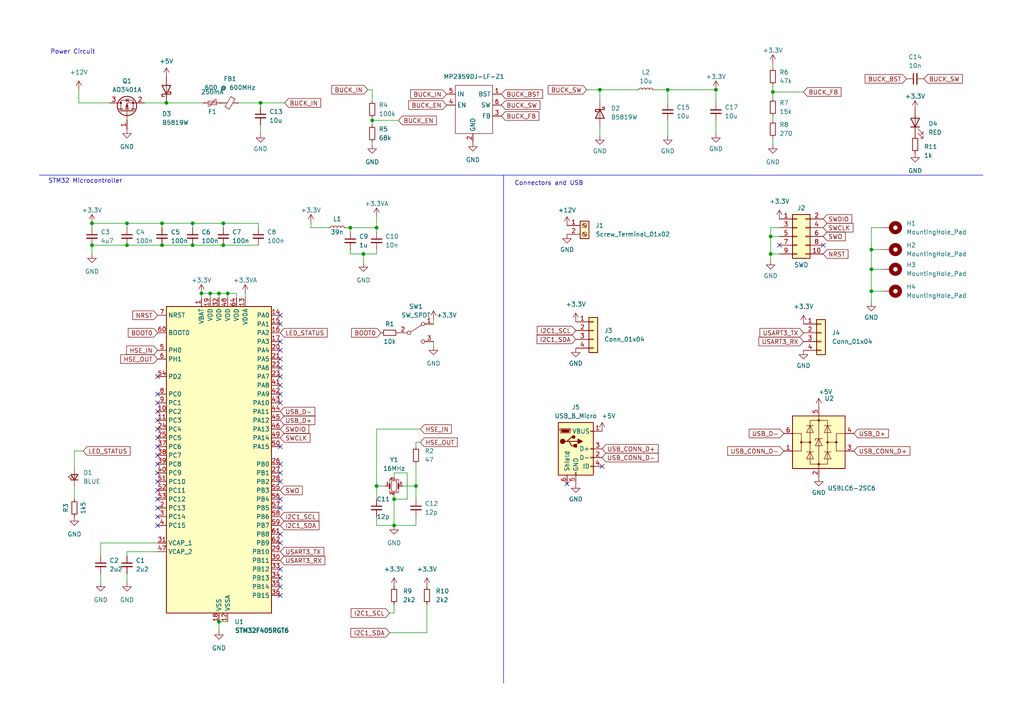
<source format=kicad_sch>
(kicad_sch (version 20230121) (generator eeschema)
  (paper "A4")
  (title_block (title "STM32F4-TEST BOARD1") (date "2023-07-28") (rev "1.0") (company "Niranjan Pandranki"))
  (lib_symbols
    (symbol "Connector:Screw_Terminal_01x02" (pin_names (offset 1.016) hide)
      (property "Reference" "J" (at 0 2.54 0))
      (property "Value" "Screw_Terminal_01x02" (at 0 -5.08 0))
      (symbol "Screw_Terminal_01x02_1_1"
        (pin passive line (at -5.08 0 0) (length 3.81) (name "Pin_1") (number "1"))
        (pin passive line (at -5.08 -2.54 0) (length 3.81) (name "Pin_2") (number "2"))
      )
    )
    (symbol "Connector:USB_B_Micro" (pin_names (offset 1.016))
      (property "Reference" "J" (at -5.08 11.43 0))
      (property "Value" "USB_B_Micro" (at -5.08 8.89 0))
      (symbol "USB_B_Micro_1_1"
        (pin power_out line (at 7.62 5.08 180) (length 2.54) (name "VBUS") (number "1"))
        (pin bidirectional line (at 7.62 -2.54 180) (length 2.54) (name "D-") (number "2"))
        (pin bidirectional line (at 7.62 0 180) (length 2.54) (name "D+") (number "3"))
        (pin passive line (at 7.62 -5.08 180) (length 2.54) (name "ID") (number "4"))
        (pin power_out line (at 0 -10.16 90) (length 2.54) (name "GND") (number "5"))
        (pin passive line (at -2.54 -10.16 90) (length 2.54) (name "Shield") (number "6"))
      )
    )
    (symbol "Connector_Generic:Conn_01x04" (pin_names (offset 1.016) hide)
      (property "Reference" "J" (at 0 5.08 0))
      (property "Value" "Conn_01x04" (at 0 -7.62 0))
      (symbol "Conn_01x04_1_1"
        (pin passive line (at -5.08 2.54 0) (length 3.81) (name "Pin_1") (number "1"))
        (pin passive line (at -5.08 0 0) (length 3.81) (name "Pin_2") (number "2"))
        (pin passive line (at -5.08 -2.54 0) (length 3.81) (name "Pin_3") (number "3"))
        (pin passive line (at -5.08 -5.08 0) (length 3.81) (name "Pin_4") (number "4"))
      )
    )
    (symbol "Connector_Generic:Conn_02x05_Odd_Even" (pin_names (offset 1.016) hide)
      (property "Reference" "J" (at 1.27 7.62 0))
      (property "Value" "Conn_02x05_Odd_Even" (at 1.27 -7.62 0))
      (symbol "Conn_02x05_Odd_Even_1_1"
        (pin passive line (at -5.08 5.08 0) (length 3.81) (name "Pin_1") (number "1"))
        (pin passive line (at 7.62 -5.08 180) (length 3.81) (name "Pin_10") (number "10"))
        (pin passive line (at 7.62 5.08 180) (length 3.81) (name "Pin_2") (number "2"))
        (pin passive line (at -5.08 2.54 0) (length 3.81) (name "Pin_3") (number "3"))
        (pin passive line (at 7.62 2.54 180) (length 3.81) (name "Pin_4") (number "4"))
        (pin passive line (at -5.08 0 0) (length 3.81) (name "Pin_5") (number "5"))
        (pin passive line (at 7.62 0 180) (length 3.81) (name "Pin_6") (number "6"))
        (pin passive line (at -5.08 -2.54 0) (length 3.81) (name "Pin_7") (number "7"))
        (pin passive line (at 7.62 -2.54 180) (length 3.81) (name "Pin_8") (number "8"))
        (pin passive line (at -5.08 -5.08 0) (length 3.81) (name "Pin_9") (number "9"))
      )
    )
    (symbol "Device:C_Small" (pin_numbers hide) (pin_names (offset 0.254) hide)
      (property "Reference" "C" (at 0.254 1.778 0))
      (property "Value" "C_Small" (at 0.254 -2.032 0))
      (symbol "C_Small_1_1"
        (pin passive line (at 0 2.54 270) (length 2.032) (name "~") (number "1"))
        (pin passive line (at 0 -2.54 90) (length 2.032) (name "~") (number "2"))
      )
    )
    (symbol "Device:Crystal_GND24_Small" (pin_names (offset 1.016) hide)
      (property "Reference" "Y" (at 1.27 4.445 0))
      (property "Value" "Crystal_GND24_Small" (at 1.27 2.54 0))
      (symbol "Crystal_GND24_Small_1_1"
        (pin passive line (at -2.54 0 0) (length 1.27) (name "1") (number "1"))
        (pin passive line (at 0 -2.54 90) (length 0.635) (name "2") (number "2"))
        (pin passive line (at 2.54 0 180) (length 1.27) (name "3") (number "3"))
        (pin passive line (at 0 2.54 270) (length 0.635) (name "4") (number "4"))
      )
    )
    (symbol "Device:D_Schottky" (pin_numbers hide) (pin_names (offset 1.016) hide)
      (property "Reference" "D" (at 0 2.54 0))
      (property "Value" "D_Schottky" (at 0 -2.54 0))
      (symbol "D_Schottky_1_1"
        (pin passive line (at -3.81 0 0) (length 2.54) (name "K") (number "1"))
        (pin passive line (at 3.81 0 180) (length 2.54) (name "A") (number "2"))
      )
    )
    (symbol "Device:FerriteBead_Small" (pin_numbers hide) (pin_names (offset 0))
      (property "Reference" "FB" (at 1.905 1.27 0))
      (property "Value" "FerriteBead_Small" (at 1.905 -1.27 0))
      (symbol "FerriteBead_Small_1_1"
        (pin passive line (at 0 2.54 270) (length 1.27) (name "~") (number "1"))
        (pin passive line (at 0 -2.54 90) (length 1.27) (name "~") (number "2"))
      )
    )
    (symbol "Device:LED" (pin_numbers hide) (pin_names (offset 1.016) hide)
      (property "Reference" "D" (at 0 2.54 0))
      (property "Value" "LED" (at 0 -2.54 0))
      (symbol "LED_1_1"
        (pin passive line (at -3.81 0 0) (length 2.54) (name "K") (number "1"))
        (pin passive line (at 3.81 0 180) (length 2.54) (name "A") (number "2"))
      )
    )
    (symbol "Device:LED_Small" (pin_numbers hide) (pin_names (offset 0.254) hide)
      (property "Reference" "D" (at -1.27 3.175 0))
      (property "Value" "LED_Small" (at -4.445 -2.54 0))
      (symbol "LED_Small_1_1"
        (pin passive line (at -2.54 0 0) (length 1.778) (name "K") (number "1"))
        (pin passive line (at 2.54 0 180) (length 1.778) (name "A") (number "2"))
      )
    )
    (symbol "Device:L_Small" (pin_numbers hide) (pin_names (offset 0.254) hide)
      (property "Reference" "L" (at 0.762 1.016 0))
      (property "Value" "L_Small" (at 0.762 -1.016 0))
      (symbol "L_Small_1_1"
        (pin passive line (at 0 2.54 270) (length 0.508) (name "~") (number "1"))
        (pin passive line (at 0 -2.54 90) (length 0.508) (name "~") (number "2"))
      )
    )
    (symbol "Device:Polyfuse_Small" (pin_numbers hide) (pin_names (offset 0))
      (property "Reference" "F" (at -1.905 0 90))
      (property "Value" "Polyfuse_Small" (at 1.905 0 90))
      (symbol "Polyfuse_Small_1_1"
        (pin passive line (at 0 2.54 270) (length 0.635) (name "~") (number "1"))
        (pin passive line (at 0 -2.54 90) (length 0.635) (name "~") (number "2"))
      )
    )
    (symbol "Device:R_Small" (pin_numbers hide) (pin_names (offset 0.254) hide)
      (property "Reference" "R" (at 0.762 0.508 0))
      (property "Value" "R_Small" (at 0.762 -1.016 0))
      (symbol "R_Small_1_1"
        (pin passive line (at 0 2.54 270) (length 0.762) (name "~") (number "1"))
        (pin passive line (at 0 -2.54 90) (length 0.762) (name "~") (number "2"))
      )
    )
    (symbol "MCU_ST_STM32F4:STM32F405RGTx"
      (property "Reference" "U" (at -15.24 46.99 0))
      (property "Value" "STM32F405RGTx" (at 10.16 46.99 0))
      (symbol "STM32F405RGTx_1_1"
        (pin power_in line (at -5.08 48.26 270) (length 2.54) (name "VBAT") (number "1"))
        (pin bidirectional line (at -17.78 15.24 0) (length 2.54) (name "PC2") (number "10"))
        (pin bidirectional line (at -17.78 12.7 0) (length 2.54) (name "PC3") (number "11"))
        (pin power_in line (at 2.54 -45.72 90) (length 2.54) (name "VSSA") (number "12"))
        (pin power_in line (at 7.62 48.26 270) (length 2.54) (name "VDDA") (number "13"))
        (pin bidirectional line (at 17.78 43.18 180) (length 2.54) (name "PA0") (number "14"))
        (pin bidirectional line (at 17.78 40.64 180) (length 2.54) (name "PA1") (number "15"))
        (pin bidirectional line (at 17.78 38.1 180) (length 2.54) (name "PA2") (number "16"))
        (pin bidirectional line (at 17.78 35.56 180) (length 2.54) (name "PA3") (number "17"))
        (pin power_in line (at 0 -45.72 90) (length 2.54) (name "VSS") (number "18"))
        (pin power_in line (at -2.54 48.26 270) (length 2.54) (name "VDD") (number "19"))
        (pin bidirectional line (at -17.78 -12.7 0) (length 2.54) (name "PC13") (number "2"))
        (pin bidirectional line (at 17.78 33.02 180) (length 2.54) (name "PA4") (number "20"))
        (pin bidirectional line (at 17.78 30.48 180) (length 2.54) (name "PA5") (number "21"))
        (pin bidirectional line (at 17.78 27.94 180) (length 2.54) (name "PA6") (number "22"))
        (pin bidirectional line (at 17.78 25.4 180) (length 2.54) (name "PA7") (number "23"))
        (pin bidirectional line (at -17.78 10.16 0) (length 2.54) (name "PC4") (number "24"))
        (pin bidirectional line (at -17.78 7.62 0) (length 2.54) (name "PC5") (number "25"))
        (pin bidirectional line (at 17.78 0 180) (length 2.54) (name "PB0") (number "26"))
        (pin bidirectional line (at 17.78 -2.54 180) (length 2.54) (name "PB1") (number "27"))
        (pin bidirectional line (at 17.78 -5.08 180) (length 2.54) (name "PB2") (number "28"))
        (pin bidirectional line (at 17.78 -25.4 180) (length 2.54) (name "PB10") (number "29"))
        (pin bidirectional line (at -17.78 -15.24 0) (length 2.54) (name "PC14") (number "3"))
        (pin bidirectional line (at 17.78 -27.94 180) (length 2.54) (name "PB11") (number "30"))
        (pin power_out line (at -17.78 -22.86 0) (length 2.54) (name "VCAP_1") (number "31"))
        (pin power_in line (at 0 48.26 270) (length 2.54) (name "VDD") (number "32"))
        (pin bidirectional line (at 17.78 -30.48 180) (length 2.54) (name "PB12") (number "33"))
        (pin bidirectional line (at 17.78 -33.02 180) (length 2.54) (name "PB13") (number "34"))
        (pin bidirectional line (at 17.78 -35.56 180) (length 2.54) (name "PB14") (number "35"))
        (pin bidirectional line (at 17.78 -38.1 180) (length 2.54) (name "PB15") (number "36"))
        (pin bidirectional line (at -17.78 5.08 0) (length 2.54) (name "PC6") (number "37"))
        (pin bidirectional line (at -17.78 2.54 0) (length 2.54) (name "PC7") (number "38"))
        (pin bidirectional line (at -17.78 0 0) (length 2.54) (name "PC8") (number "39"))
        (pin bidirectional line (at -17.78 -17.78 0) (length 2.54) (name "PC15") (number "4"))
        (pin bidirectional line (at -17.78 -2.54 0) (length 2.54) (name "PC9") (number "40"))
        (pin bidirectional line (at 17.78 22.86 180) (length 2.54) (name "PA8") (number "41"))
        (pin bidirectional line (at 17.78 20.32 180) (length 2.54) (name "PA9") (number "42"))
        (pin bidirectional line (at 17.78 17.78 180) (length 2.54) (name "PA10") (number "43"))
        (pin bidirectional line (at 17.78 15.24 180) (length 2.54) (name "PA11") (number "44"))
        (pin bidirectional line (at 17.78 12.7 180) (length 2.54) (name "PA12") (number "45"))
        (pin bidirectional line (at 17.78 10.16 180) (length 2.54) (name "PA13") (number "46"))
        (pin power_out line (at -17.78 -25.4 0) (length 2.54) (name "VCAP_2") (number "47"))
        (pin power_in line (at 2.54 48.26 270) (length 2.54) (name "VDD") (number "48"))
        (pin bidirectional line (at 17.78 7.62 180) (length 2.54) (name "PA14") (number "49"))
        (pin bidirectional line (at -17.78 33.02 0) (length 2.54) (name "PH0") (number "5"))
        (pin bidirectional line (at 17.78 5.08 180) (length 2.54) (name "PA15") (number "50"))
        (pin bidirectional line (at -17.78 -5.08 0) (length 2.54) (name "PC10") (number "51"))
        (pin bidirectional line (at -17.78 -7.62 0) (length 2.54) (name "PC11") (number "52"))
        (pin bidirectional line (at -17.78 -10.16 0) (length 2.54) (name "PC12") (number "53"))
        (pin bidirectional line (at -17.78 25.4 0) (length 2.54) (name "PD2") (number "54"))
        (pin bidirectional line (at 17.78 -7.62 180) (length 2.54) (name "PB3") (number "55"))
        (pin bidirectional line (at 17.78 -10.16 180) (length 2.54) (name "PB4") (number "56"))
        (pin bidirectional line (at 17.78 -12.7 180) (length 2.54) (name "PB5") (number "57"))
        (pin bidirectional line (at 17.78 -15.24 180) (length 2.54) (name "PB6") (number "58"))
        (pin bidirectional line (at 17.78 -17.78 180) (length 2.54) (name "PB7") (number "59"))
        (pin bidirectional line (at -17.78 30.48 0) (length 2.54) (name "PH1") (number "6"))
        (pin input line (at -17.78 38.1 0) (length 2.54) (name "BOOT0") (number "60"))
        (pin bidirectional line (at 17.78 -20.32 180) (length 2.54) (name "PB8") (number "61"))
        (pin bidirectional line (at 17.78 -22.86 180) (length 2.54) (name "PB9") (number "62"))
        (pin passive line (at 0 -45.72 90) (length 2.54) hide (name "VSS") (number "63"))
        (pin power_in line (at 5.08 48.26 270) (length 2.54) (name "VDD") (number "64"))
        (pin input line (at -17.78 43.18 0) (length 2.54) (name "NRST") (number "7"))
        (pin bidirectional line (at -17.78 20.32 0) (length 2.54) (name "PC0") (number "8"))
        (pin bidirectional line (at -17.78 17.78 0) (length 2.54) (name "PC1") (number "9"))
      )
    )
    (symbol "Mechanical:MountingHole_Pad" (pin_numbers hide) (pin_names (offset 1.016) hide)
      (property "Reference" "H" (at 0 6.35 0))
      (property "Value" "MountingHole_Pad" (at 0 4.445 0))
      (symbol "MountingHole_Pad_1_1"
        (pin input line (at 0 -2.54 90) (length 2.54) (name "1") (number "1"))
      )
    )
    (symbol "NEW:MP2359DJ-LF-Z"
      (property "Reference" "MP2359DJ-LF-Z" (at 0 0 0))
      (symbol "MP2359DJ-LF-Z_1_0"
        (pin output line (at 12.065 -5.08 180) (length 2.54) (name "BST") (number "1"))
        (pin power_in line (at 3.81 -19.05 90) (length 2.54) (name "GND") (number "2"))
        (pin output line (at 12.065 -11.43 180) (length 2.54) (name "FB") (number "3"))
        (pin input line (at -3.81 -8.255 0) (length 2.54) (name "EN") (number "4"))
        (pin input line (at -3.81 -5.08 0) (length 2.54) (name "IN") (number "5"))
        (pin output line (at 12.065 -8.255 180) (length 2.54) (name "SW") (number "6"))
      )
    )
    (symbol "Power_Protection:USBLC6-2SC6" (pin_names hide)
      (property "Reference" "U" (at 2.54 8.89 0))
      (property "Value" "USBLC6-2SC6" (at 2.54 -8.89 0))
      (symbol "USBLC6-2SC6_1_1"
        (pin passive line (at -10.16 -2.54 0) (length 2.54) (name "I/O1") (number "1"))
        (pin passive line (at 0 -10.16 90) (length 2.54) (name "GND") (number "2"))
        (pin passive line (at 10.16 -2.54 180) (length 2.54) (name "I/O2") (number "3"))
        (pin passive line (at 10.16 2.54 180) (length 2.54) (name "I/O2") (number "4"))
        (pin passive line (at 0 10.16 270) (length 2.54) (name "VBUS") (number "5"))
        (pin passive line (at -10.16 2.54 0) (length 2.54) (name "I/O1") (number "6"))
      )
    )
    (symbol "Switch:SW_SPDT" (pin_names (offset 0) hide)
      (property "Reference" "SW" (at 0 4.318 0))
      (property "Value" "SW_SPDT" (at 0 -5.08 0))
      (symbol "SW_SPDT_1_1"
        (pin passive line (at 5.08 2.54 180) (length 2.54) (name "A") (number "1"))
        (pin passive line (at -5.08 0 0) (length 2.54) (name "B") (number "2"))
        (pin passive line (at 5.08 -2.54 180) (length 2.54) (name "C") (number "3"))
      )
    )
    (symbol "Transistor_FET:AO3401A" (pin_names hide)
      (property "Reference" "Q" (at 5.08 1.905 0))
      (property "Value" "AO3401A" (at 5.08 0 0))
      (symbol "AO3401A_1_1"
        (pin input line (at -5.08 0 0) (length 2.54) (name "G") (number "1"))
        (pin passive line (at 2.54 -5.08 90) (length 2.54) (name "S") (number "2"))
        (pin passive line (at 2.54 5.08 270) (length 2.54) (name "D") (number "3"))
      )
    )
    (symbol "power:+12V" (power) (pin_names (offset 0))
      (property "Value" "+12V" (at 0 3.556 0))
      (symbol "+12V_1_1"
        (pin power_in line (at 0 0 90) (length 0) hide (name "+12V") (number "1"))
      )
    )
    (symbol "power:+3.3V" (power) (pin_names (offset 0))
      (property "Value" "+3.3V" (at 0 3.556 0))
      (symbol "+3.3V_1_1"
        (pin power_in line (at 0 0 90) (length 0) hide (name "+3.3V") (number "1"))
      )
    )
    (symbol "power:+3.3VA" (power) (pin_names (offset 0))
      (property "Value" "+3.3VA" (at 0 3.556 0))
      (symbol "+3.3VA_1_1"
        (pin power_in line (at 0 0 90) (length 0) hide (name "+3.3VA") (number "1"))
      )
    )
    (symbol "power:+5V" (power) (pin_names (offset 0))
      (property "Value" "+5V" (at 0 3.556 0))
      (symbol "+5V_1_1"
        (pin power_in line (at 0 0 90) (length 0) hide (name "+5V") (number "1"))
      )
    )
    (symbol "power:GND" (power) (pin_names (offset 0))
      (property "Value" "GND" (at 0 -3.81 0))
      (symbol "GND_1_1"
        (pin power_in line (at 0 0 270) (length 0) hide (name "GND") (number "1"))
      )
    )
  )
  (junction (at 46.99 64.77))
  (junction (at 60.96 85.09))
  (junction (at 207.645 26.035))
  (junction (at 109.22 66.04))
  (junction (at 252.73 78.105))
  (junction (at 64.77 71.12))
  (junction (at 105.41 73.66))
  (junction (at 36.83 64.77))
  (junction (at 223.52 73.66))
  (junction (at 224.155 26.67))
  (junction (at 46.99 71.12))
  (junction (at 48.26 29.845))
  (junction (at 109.22 140.97))
  (junction (at 63.5 85.09))
  (junction (at 64.77 64.77))
  (junction (at 252.73 84.455))
  (junction (at 75.565 29.845))
  (junction (at 26.67 71.12))
  (junction (at 114.3 152.4))
  (junction (at 26.67 64.77))
  (junction (at 223.52 68.58))
  (junction (at 36.83 71.12))
  (junction (at 63.5 180.34))
  (junction (at 58.42 85.09))
  (junction (at 114.3 144.78))
  (junction (at 193.675 26.035))
  (junction (at 120.65 140.97))
  (junction (at 55.88 64.77))
  (junction (at 55.88 71.12))
  (junction (at 252.73 72.39))
  (junction (at 101.6 66.04))
  (junction (at 173.99 26.035))
  (junction (at 66.04 85.09))
  (junction (at 107.95 34.925))
  (no_connect (at 164.465 140.335))
  (no_connect (at 45.72 147.32))
  (no_connect (at 81.28 134.62))
  (no_connect (at 45.72 142.24))
  (no_connect (at 45.72 116.84))
  (no_connect (at 81.28 109.22))
  (no_connect (at 45.72 132.08))
  (no_connect (at 45.72 149.86))
  (no_connect (at 45.72 139.7))
  (no_connect (at 45.72 109.22))
  (no_connect (at 226.06 71.12))
  (no_connect (at 81.28 91.44))
  (no_connect (at 45.72 137.16))
  (no_connect (at 81.28 157.48))
  (no_connect (at 81.28 137.16))
  (no_connect (at 81.28 144.78))
  (no_connect (at 45.72 119.38))
  (no_connect (at 45.72 121.92))
  (no_connect (at 45.72 114.3))
  (no_connect (at 81.28 147.32))
  (no_connect (at 45.72 129.54))
  (no_connect (at 45.72 127))
  (no_connect (at 81.28 116.84))
  (no_connect (at 45.72 152.4))
  (no_connect (at 81.28 167.64))
  (no_connect (at 45.72 144.78))
  (no_connect (at 81.28 154.94))
  (no_connect (at 81.28 93.98))
  (no_connect (at 81.28 129.54))
  (no_connect (at 174.625 135.255))
  (no_connect (at 81.28 101.6))
  (no_connect (at 81.28 99.06))
  (no_connect (at 45.72 134.62))
  (no_connect (at 81.28 139.7))
  (no_connect (at 81.28 106.68))
  (no_connect (at 45.72 124.46))
  (no_connect (at 81.28 170.18))
  (no_connect (at 81.28 172.72))
  (no_connect (at 81.28 104.14))
  (no_connect (at 81.28 165.1))
  (no_connect (at 238.76 71.12))
  (no_connect (at 81.28 114.3))
  (no_connect (at 81.28 111.76))
  (wire (pts (xy 109.22 152.4) (xy 114.3 152.4)))
  (wire (pts (xy 26.67 71.12) (xy 26.67 73.66)))
  (wire (pts (xy 223.52 73.66) (xy 223.52 75.565)))
  (wire (pts (xy 64.77 64.77) (xy 64.77 66.04)))
  (wire (pts (xy 120.65 152.4) (xy 114.3 152.4)))
  (wire (pts (xy 109.22 66.04) (xy 109.22 67.31)))
  (wire (pts (xy 207.645 26.035) (xy 193.675 26.035)))
  (wire (pts (xy 224.155 26.67) (xy 233.045 26.67)))
  (wire (pts (xy 114.3 144.78) (xy 114.3 152.4)))
  (wire (pts (xy 36.83 71.12) (xy 46.99 71.12)))
  (wire (pts (xy 105.41 73.66) (xy 109.22 73.66)))
  (wire (pts (xy 123.825 183.515) (xy 113.03 183.515)))
  (wire (pts (xy 173.99 36.83) (xy 173.99 39.37)))
  (wire (pts (xy 114.3 138.43) (xy 114.3 137.16)))
  (wire (pts (xy 46.99 64.77) (xy 46.99 66.04)))
  (wire (pts (xy 252.73 66.04) (xy 252.73 72.39)))
  (wire (pts (xy 60.96 85.09) (xy 58.42 85.09)))
  (wire (pts (xy 255.905 66.04) (xy 252.73 66.04)))
  (wire (pts (xy 55.88 71.12) (xy 64.77 71.12)))
  (wire (pts (xy 22.86 29.845) (xy 31.75 29.845)))
  (wire (pts (xy 109.22 73.66) (xy 109.22 72.39)))
  (wire (pts (xy 41.91 29.845) (xy 48.26 29.845)))
  (wire (pts (xy 123.825 175.26) (xy 123.825 183.515)))
  (wire (pts (xy 36.83 64.77) (xy 46.99 64.77)))
  (wire (pts (xy 69.215 29.845) (xy 75.565 29.845)))
  (wire (pts (xy 101.6 66.04) (xy 101.6 67.31)))
  (wire (pts (xy 173.99 26.035) (xy 184.785 26.035)))
  (wire (pts (xy 113.03 177.8) (xy 114.3 177.8)))
  (wire (pts (xy 36.83 160.02) (xy 36.83 161.29)))
  (wire (pts (xy 114.3 143.51) (xy 114.3 144.78)))
  (wire (pts (xy 252.73 84.455) (xy 252.73 87.63)))
  (wire (pts (xy 252.73 78.105) (xy 255.905 78.105)))
  (wire (pts (xy 75.565 36.195) (xy 75.565 38.735)))
  (wire (pts (xy 125.73 100.33) (xy 125.73 99.06)))
  (wire (pts (xy 118.11 137.16) (xy 118.11 144.78)))
  (wire (pts (xy 193.675 34.925) (xy 193.675 39.37)))
  (polyline (pts (xy 11.43 50.8) (xy 146.05 50.8)))
  (wire (pts (xy 120.65 140.97) (xy 120.65 144.78)))
  (wire (pts (xy 207.645 29.845) (xy 207.645 26.035)))
  (wire (pts (xy 252.73 78.105) (xy 252.73 84.455)))
  (wire (pts (xy 226.06 66.04) (xy 223.52 66.04)))
  (wire (pts (xy 68.58 85.09) (xy 66.04 85.09)))
  (wire (pts (xy 223.52 73.66) (xy 226.06 73.66)))
  (wire (pts (xy 106.68 26.035) (xy 107.95 26.035)))
  (wire (pts (xy 223.52 68.58) (xy 223.52 73.66)))
  (wire (pts (xy 46.99 64.77) (xy 55.88 64.77)))
  (wire (pts (xy 120.65 134.62) (xy 120.65 140.97)))
  (wire (pts (xy 64.77 64.77) (xy 74.93 64.77)))
  (wire (pts (xy 26.67 71.12) (xy 36.83 71.12)))
  (wire (pts (xy 252.73 72.39) (xy 255.905 72.39)))
  (wire (pts (xy 68.58 86.36) (xy 68.58 85.09)))
  (wire (pts (xy 90.17 64.77) (xy 90.17 66.04)))
  (wire (pts (xy 66.04 85.09) (xy 66.04 86.36)))
  (wire (pts (xy 114.3 137.16) (xy 118.11 137.16)))
  (wire (pts (xy 60.96 85.09) (xy 60.96 86.36)))
  (wire (pts (xy 63.5 180.34) (xy 66.04 180.34)))
  (wire (pts (xy 111.76 140.97) (xy 109.22 140.97)))
  (wire (pts (xy 252.73 72.39) (xy 252.73 78.105)))
  (wire (pts (xy 46.99 71.12) (xy 55.88 71.12)))
  (wire (pts (xy 100.33 66.04) (xy 101.6 66.04)))
  (wire (pts (xy 107.95 34.925) (xy 115.57 34.925)))
  (wire (pts (xy 109.22 140.97) (xy 109.22 144.78)))
  (wire (pts (xy 207.645 34.925) (xy 207.645 38.735)))
  (polyline (pts (xy 146.05 50.8) (xy 146.05 198.12)))
  (wire (pts (xy 26.67 64.77) (xy 36.83 64.77)))
  (wire (pts (xy 36.83 64.77) (xy 36.83 66.04)))
  (wire (pts (xy 66.04 85.09) (xy 63.5 85.09)))
  (wire (pts (xy 105.41 73.66) (xy 105.41 76.2)))
  (wire (pts (xy 120.65 149.86) (xy 120.65 152.4)))
  (wire (pts (xy 21.59 135.89) (xy 21.59 130.81)))
  (wire (pts (xy 224.155 26.67) (xy 224.155 28.575)))
  (wire (pts (xy 109.22 124.46) (xy 109.22 140.97)))
  (wire (pts (xy 101.6 73.66) (xy 105.41 73.66)))
  (wire (pts (xy 252.73 84.455) (xy 255.905 84.455)))
  (wire (pts (xy 120.65 128.27) (xy 121.92 128.27)))
  (wire (pts (xy 29.21 166.37) (xy 29.21 168.91)))
  (wire (pts (xy 107.95 26.035) (xy 107.95 29.21)))
  (wire (pts (xy 45.72 160.02) (xy 36.83 160.02)))
  (wire (pts (xy 107.95 34.29) (xy 107.95 34.925)))
  (wire (pts (xy 71.12 85.09) (xy 71.12 86.36)))
  (wire (pts (xy 224.155 40.005) (xy 224.155 41.91)))
  (wire (pts (xy 109.22 124.46) (xy 121.92 124.46)))
  (wire (pts (xy 58.42 85.09) (xy 58.42 86.36)))
  (wire (pts (xy 75.565 29.845) (xy 82.55 29.845)))
  (wire (pts (xy 63.5 85.09) (xy 60.96 85.09)))
  (wire (pts (xy 114.3 175.26) (xy 114.3 177.8)))
  (wire (pts (xy 223.52 66.04) (xy 223.52 68.58)))
  (wire (pts (xy 36.83 166.37) (xy 36.83 168.91)))
  (wire (pts (xy 224.155 24.765) (xy 224.155 26.67)))
  (wire (pts (xy 109.22 149.86) (xy 109.22 152.4)))
  (wire (pts (xy 189.865 26.035) (xy 193.675 26.035)))
  (wire (pts (xy 74.93 64.77) (xy 74.93 66.04)))
  (wire (pts (xy 21.59 140.97) (xy 21.59 144.78)))
  (wire (pts (xy 224.155 33.655) (xy 224.155 34.925)))
  (wire (pts (xy 21.59 130.81) (xy 24.13 130.81)))
  (wire (pts (xy 173.99 26.035) (xy 173.99 29.21)))
  (wire (pts (xy 63.5 85.09) (xy 63.5 86.36)))
  (wire (pts (xy 26.67 64.77) (xy 26.67 66.04)))
  (wire (pts (xy 107.95 41.275) (xy 107.95 41.91)))
  (wire (pts (xy 193.675 26.035) (xy 193.675 29.845)))
  (wire (pts (xy 125.73 92.71) (xy 125.73 93.98)))
  (wire (pts (xy 55.88 64.77) (xy 55.88 66.04)))
  (wire (pts (xy 75.565 29.845) (xy 75.565 31.115)))
  (wire (pts (xy 223.52 68.58) (xy 226.06 68.58)))
  (wire (pts (xy 109.22 62.865) (xy 109.22 66.04)))
  (polyline (pts (xy 146.05 50.8) (xy 285.115 50.8)))
  (wire (pts (xy 120.65 129.54) (xy 120.65 128.27)))
  (wire (pts (xy 101.6 73.66) (xy 101.6 72.39)))
  (wire (pts (xy 22.86 26.035) (xy 22.86 29.845)))
  (wire (pts (xy 48.26 29.845) (xy 59.055 29.845)))
  (wire (pts (xy 29.21 157.48) (xy 29.21 161.29)))
  (wire (pts (xy 170.18 26.035) (xy 173.99 26.035)))
  (wire (pts (xy 55.88 64.77) (xy 64.77 64.77)))
  (wire (pts (xy 101.6 66.04) (xy 109.22 66.04)))
  (wire (pts (xy 64.77 71.12) (xy 74.93 71.12)))
  (wire (pts (xy 45.72 157.48) (xy 29.21 157.48)))
  (wire (pts (xy 116.84 140.97) (xy 120.65 140.97)))
  (wire (pts (xy 107.95 34.925) (xy 107.95 36.195)))
  (wire (pts (xy 224.155 18.415) (xy 224.155 19.685)))
  (wire (pts (xy 118.11 144.78) (xy 114.3 144.78)))
  (wire (pts (xy 63.5 180.34) (xy 63.5 182.88)))
  (wire (pts (xy 90.17 66.04) (xy 95.25 66.04)))
  (text "Power Circuit" (at 14.605 15.875 0) (effects (font (size 1.27 1.27)) (justify left bottom)))
  (text "STM32 Microcontroller\n" (at 13.97 53.34 0) (effects (font (size 1.27 1.27)) (justify left bottom)))
  (text "Connectors and USB\n" (at 149.225 53.975 0) (effects (font (size 1.27 1.27)) (justify left bottom)))
  (global_label "BUCK_IN" (shape input) (at 129.54 27.305 180) (property "Intersheetrefs" "${INTERSHEET_REFS}" (effects hide)))
  (global_label "SWCLK" (shape input) (at 81.28 127 0) (property "Intersheetrefs" "${INTERSHEET_REFS}" (effects hide)))
  (global_label "I2C1_SDA" (shape input) (at 81.28 152.4 0) (property "Intersheetrefs" "${INTERSHEET_REFS}" (effects hide)))
  (global_label "BUCK_FB" (shape input) (at 145.415 33.655 0) (property "Intersheetrefs" "${INTERSHEET_REFS}" (effects hide)))
  (global_label "USB_D-" (shape input) (at 81.28 119.38 0) (property "Intersheetrefs" "${INTERSHEET_REFS}" (effects hide)))
  (global_label "NRST" (shape input) (at 45.72 91.44 180) (property "Intersheetrefs" "${INTERSHEET_REFS}" (effects hide)))
  (global_label "USB_D+" (shape input) (at 81.28 121.92 0) (property "Intersheetrefs" "${INTERSHEET_REFS}" (effects hide)))
  (global_label "I2C1_SCL" (shape input) (at 113.03 177.8 180) (property "Intersheetrefs" "${INTERSHEET_REFS}" (effects hide)))
  (global_label "HSE_OUT" (shape input) (at 45.72 104.14 180) (property "Intersheetrefs" "${INTERSHEET_REFS}" (effects hide)))
  (global_label "BUCK_FB" (shape input) (at 233.045 26.67 0) (property "Intersheetrefs" "${INTERSHEET_REFS}" (effects hide)))
  (global_label "USB_D+" (shape input) (at 247.65 125.73 0) (property "Intersheetrefs" "${INTERSHEET_REFS}" (effects hide)))
  (global_label "BUCK_IN" (shape input) (at 82.55 29.845 0) (property "Intersheetrefs" "${INTERSHEET_REFS}" (effects hide)))
  (global_label "BOOT0" (shape input) (at 45.72 96.52 180) (property "Intersheetrefs" "${INTERSHEET_REFS}" (effects hide)))
  (global_label "I2C1_SDA" (shape input) (at 167.005 98.425 180) (property "Intersheetrefs" "${INTERSHEET_REFS}" (effects hide)))
  (global_label "BUCK_IN" (shape input) (at 106.68 26.035 180) (property "Intersheetrefs" "${INTERSHEET_REFS}" (effects hide)))
  (global_label "SWCLK" (shape input) (at 238.76 66.04 0) (property "Intersheetrefs" "${INTERSHEET_REFS}" (effects hide)))
  (global_label "USART3_TX" (shape input) (at 233.045 96.52 180) (property "Intersheetrefs" "${INTERSHEET_REFS}" (effects hide)))
  (global_label "SWDIO" (shape input) (at 238.76 63.5 0) (property "Intersheetrefs" "${INTERSHEET_REFS}" (effects hide)))
  (global_label "BUCK_SW" (shape input) (at 145.415 30.48 0) (property "Intersheetrefs" "${INTERSHEET_REFS}" (effects hide)))
  (global_label "HSE_IN" (shape input) (at 45.72 101.6 180) (property "Intersheetrefs" "${INTERSHEET_REFS}" (effects hide)))
  (global_label "SWDIO" (shape input) (at 81.28 124.46 0) (property "Intersheetrefs" "${INTERSHEET_REFS}" (effects hide)))
  (global_label "I2C1_SCL" (shape input) (at 167.005 95.885 180) (property "Intersheetrefs" "${INTERSHEET_REFS}" (effects hide)))
  (global_label "USB_CONN_D+" (shape input) (at 247.65 130.81 0) (property "Intersheetrefs" "${INTERSHEET_REFS}" (effects hide)))
  (global_label "I2C1_SCL" (shape input) (at 81.28 149.86 0) (property "Intersheetrefs" "${INTERSHEET_REFS}" (effects hide)))
  (global_label "BUCK_EN" (shape input) (at 129.54 30.48 180) (property "Intersheetrefs" "${INTERSHEET_REFS}" (effects hide)))
  (global_label "NRST" (shape input) (at 238.76 73.66 0) (property "Intersheetrefs" "${INTERSHEET_REFS}" (effects hide)))
  (global_label "SWO" (shape input) (at 238.76 68.58 0) (property "Intersheetrefs" "${INTERSHEET_REFS}" (effects hide)))
  (global_label "BOOT0" (shape input) (at 110.49 96.52 180) (property "Intersheetrefs" "${INTERSHEET_REFS}" (effects hide)))
  (global_label "USB_D-" (shape input) (at 227.33 125.73 180) (property "Intersheetrefs" "${INTERSHEET_REFS}" (effects hide)))
  (global_label "USART3_RX" (shape input) (at 233.045 99.06 180) (property "Intersheetrefs" "${INTERSHEET_REFS}" (effects hide)))
  (global_label "USB_CONN_D-" (shape input) (at 227.33 130.81 180) (property "Intersheetrefs" "${INTERSHEET_REFS}" (effects hide)))
  (global_label "USB_CONN_D-" (shape input) (at 174.625 132.715 0) (property "Intersheetrefs" "${INTERSHEET_REFS}" (effects hide)))
  (global_label "BUCK_EN" (shape input) (at 115.57 34.925 0) (property "Intersheetrefs" "${INTERSHEET_REFS}" (effects hide)))
  (global_label "BUCK_SW" (shape input) (at 170.18 26.035 180) (property "Intersheetrefs" "${INTERSHEET_REFS}" (effects hide)))
  (global_label "LED_STATUS" (shape input) (at 24.13 130.81 0) (property "Intersheetrefs" "${INTERSHEET_REFS}" (effects hide)))
  (global_label "SWO" (shape input) (at 81.28 142.24 0) (property "Intersheetrefs" "${INTERSHEET_REFS}" (effects hide)))
  (global_label "LED_STATUS" (shape input) (at 81.28 96.52 0) (property "Intersheetrefs" "${INTERSHEET_REFS}" (effects hide)))
  (global_label "I2C1_SDA" (shape input) (at 113.03 183.515 180) (property "Intersheetrefs" "${INTERSHEET_REFS}" (effects hide)))
  (global_label "BUCK_BST" (shape input) (at 145.415 27.305 0) (property "Intersheetrefs" "${INTERSHEET_REFS}" (effects hide)))
  (global_label "USB_CONN_D+" (shape input) (at 174.625 130.175 0) (property "Intersheetrefs" "${INTERSHEET_REFS}" (effects hide)))
  (global_label "BUCK_SW" (shape input) (at 267.97 22.86 0) (property "Intersheetrefs" "${INTERSHEET_REFS}" (effects hide)))
  (global_label "HSE_OUT" (shape input) (at 121.92 128.27 0) (property "Intersheetrefs" "${INTERSHEET_REFS}" (effects hide)))
  (global_label "BUCK_BST" (shape input) (at 262.89 22.86 180) (property "Intersheetrefs" "${INTERSHEET_REFS}" (effects hide)))
  (global_label "HSE_IN" (shape input) (at 121.92 124.46 0) (property "Intersheetrefs" "${INTERSHEET_REFS}" (effects hide)))
  (global_label "USART3_RX" (shape input) (at 81.28 162.56 0) (property "Intersheetrefs" "${INTERSHEET_REFS}" (effects hide)))
  (global_label "USART3_TX" (shape input) (at 81.28 160.02 0) (property "Intersheetrefs" "${INTERSHEET_REFS}" (effects hide)))
  (symbol (lib_id "power:+3.3V") (at 207.645 26.035 0) (unit 1)
    (property "Reference" "#PWR023" (effects hide))
    (property "Value" "+3.3V" (at 207.645 22.225 0))
  )
  (symbol (lib_id "power:GND") (at 265.43 44.45 0) (unit 1)
    (property "Reference" "#PWR041" (effects hide))
    (property "Value" "GND" (at 265.43 49.53 0))
  )
  (symbol (lib_id "power:GND") (at 114.3 152.4 0) (unit 1)
    (property "Reference" "#PWR013" (effects hide))
    (property "Value" "GND" (at 114.3 157.48 0))
  )
  (symbol (lib_id "power:GND") (at 193.675 39.37 0) (unit 1)
    (property "Reference" "#PWR021" (effects hide))
    (property "Value" "GND" (at 193.675 43.815 0))
  )
  (symbol (lib_id "Device:C_Small") (at 74.93 68.58 0) (unit 1)
    (property "Reference" "C8" (at 77.47 67.3163 0) (effects (justify left)))
    (property "Value" "100n" (at 77.47 69.8563 0) (effects (justify left)))
    (property "Footprint" "Capacitor_SMD:C_0402_1005Metric" (effects hide))
  )
  (symbol (lib_id "Device:R_Small") (at 107.95 38.735 0) (unit 1)
    (property "Reference" "R5" (at 109.855 37.465 0) (effects (justify left)))
    (property "Value" "68k" (at 109.855 40.005 0) (effects (justify left)))
    (property "Footprint" "Resistor_SMD:R_0603_1608Metric" (effects hide))
  )
  (symbol (lib_id "power:+3.3V") (at 123.825 170.18 0) (unit 1)
    (property "Reference" "#PWR031" (effects hide))
    (property "Value" "+3.3V" (at 123.825 165.1 0))
  )
  (symbol (lib_id "power:+3.3VA") (at 109.22 62.865 0) (unit 1)
    (property "Reference" "#PWR011" (effects hide))
    (property "Value" "+3.3VA" (at 109.22 59.055 0))
  )
  (symbol (lib_id "Device:R_Small") (at 21.59 147.32 180) (unit 1)
    (property "Reference" "R3" (at 19.05 147.32 90))
    (property "Value" "1k5" (at 24.13 147.32 90))
    (property "Footprint" "Resistor_SMD:R_0603_1608Metric" (effects hide))
  )
  (symbol (lib_id "Device:C_Small") (at 193.675 32.385 180) (unit 1)
    (property "Reference" "C15" (at 196.215 31.1086 0) (effects (justify right)))
    (property "Value" "10u" (at 196.215 33.6486 0) (effects (justify right)))
    (property "Footprint" "Capacitor_SMD:C_1206_3216Metric" (effects hide))
  )
  (symbol (lib_id "Device:R_Small") (at 224.155 37.465 0) (unit 1)
    (property "Reference" "R8" (at 226.06 36.195 0) (effects (justify left)))
    (property "Value" "270" (at 226.06 38.735 0) (effects (justify left)))
    (property "Footprint" "Resistor_SMD:R_0603_1608Metric" (effects hide))
  )
  (symbol (lib_id "Device:R_Small") (at 113.03 96.52 90) (unit 1)
    (property "Reference" "R1" (at 113.03 93.98 90))
    (property "Value" "10k" (at 113.03 99.06 90))
    (property "Footprint" "Resistor_SMD:R_0402_1005Metric" (effects hide))
  )
  (symbol (lib_id "power:+3.3V") (at 125.73 92.71 0) (unit 1)
    (property "Reference" "#PWR06" (effects hide))
    (property "Value" "+3.3V" (at 129.54 91.44 0))
  )
  (symbol (lib_id "Device:C_Small") (at 36.83 163.83 0) (unit 1)
    (property "Reference" "C1" (at 39.37 162.5663 0) (effects (justify left)))
    (property "Value" "2u2" (at 39.37 165.1063 0) (effects (justify left)))
    (property "Footprint" "Capacitor_SMD:C_0603_1608Metric" (effects hide))
  )
  (symbol (lib_id "Connector_Generic:Conn_01x04") (at 172.085 95.885 0) (unit 1)
    (property "Reference" "J3" (at 175.26 95.885 0) (effects (justify left)))
    (property "Value" "Conn_01x04" (at 175.26 98.425 0) (effects (justify left)))
    (property "Footprint" "Connector_Molex:Molex_PicoBlade_53048-0410_1x04_P1.25mm_Horizontal" (effects hide))
  )
  (symbol (lib_id "power:+5V") (at 237.49 118.11 0) (unit 1)
    (property "Reference" "#PWR039" (effects hide))
    (property "Value" "+5V" (at 239.395 113.665 0))
  )
  (symbol (lib_id "Device:R_Small") (at 120.65 132.08 0) (unit 1)
    (property "Reference" "R2" (at 123.19 130.81 0) (effects (justify left)))
    (property "Value" "47" (at 123.19 133.35 0) (effects (justify left)))
    (property "Footprint" "Resistor_SMD:R_0402_1005Metric" (effects hide))
  )
  (symbol (lib_id "power:+3.3V") (at 265.43 31.75 0) (unit 1)
    (property "Reference" "#PWR042" (effects hide))
    (property "Value" "+3.3V" (at 265.43 27.94 0))
  )
  (symbol (lib_id "power:GND") (at 233.045 101.6 0) (unit 1)
    (property "Reference" "#PWR035" (effects hide))
    (property "Value" "GND" (at 233.045 106.045 0))
  )
  (symbol (lib_id "Transistor_FET:AO3401A") (at 36.83 32.385 90) (unit 1)
    (property "Reference" "Q1" (at 36.83 23.495 90))
    (property "Value" "AO3401A" (at 36.83 26.035 90))
    (property "Footprint" "Package_TO_SOT_SMD:SOT-23" (effects hide))
    (property "Datasheet" "http://www.aosmd.com/pdfs/datasheet/AO3401A.pdf" (effects hide))
  )
  (symbol (lib_id "power:GND") (at 125.73 100.33 0) (unit 1)
    (property "Reference" "#PWR07" (effects hide))
    (property "Value" "GND" (at 125.73 105.41 0))
  )
  (symbol (lib_id "Mechanical:MountingHole_Pad") (at 258.445 72.39 270) (unit 1)
    (property "Reference" "H2" (at 262.89 71.12 90) (effects (justify left)))
    (property "Value" "MountingHole_Pad" (at 262.89 73.66 90) (effects (justify left)))
    (property "Footprint" "MountingHole:MountingHole_4.3mm_M4_Pad_Via" (effects hide))
  )
  (symbol (lib_id "Device:R_Small") (at 114.3 172.72 0) (unit 1)
    (property "Reference" "R9" (at 116.84 171.45 0) (effects (justify left)))
    (property "Value" "2k2" (at 116.84 173.99 0) (effects (justify left)))
    (property "Footprint" "Resistor_SMD:R_0402_1005Metric" (effects hide))
  )
  (symbol (lib_id "Device:R_Small") (at 123.825 172.72 0) (unit 1)
    (property "Reference" "R10" (at 126.365 171.45 0) (effects (justify left)))
    (property "Value" "2k2" (at 126.365 173.99 0) (effects (justify left)))
    (property "Footprint" "Resistor_SMD:R_0402_1005Metric" (effects hide))
  )
  (symbol (lib_id "Device:R_Small") (at 224.155 31.115 0) (unit 1)
    (property "Reference" "R7" (at 226.06 29.845 0) (effects (justify left)))
    (property "Value" "15k" (at 226.06 32.385 0) (effects (justify left)))
    (property "Footprint" "Resistor_SMD:R_0603_1608Metric" (effects hide))
  )
  (symbol (lib_id "power:GND") (at 63.5 182.88 0) (unit 1)
    (property "Reference" "#PWR01" (effects hide))
    (property "Value" "GND" (at 63.5 187.96 0))
  )
  (symbol (lib_id "power:GND") (at 36.83 37.465 0) (unit 1)
    (property "Reference" "#PWR017" (effects hide))
    (property "Value" "GND" (at 36.83 42.545 0))
  )
  (symbol (lib_id "Device:C_Small") (at 120.65 147.32 0) (unit 1)
    (property "Reference" "C12" (at 123.19 146.0563 0) (effects (justify left)))
    (property "Value" "12p" (at 123.19 148.5963 0) (effects (justify left)))
    (property "Footprint" "Capacitor_SMD:C_0402_1005Metric" (effects hide))
  )
  (symbol (lib_id "Connector_Generic:Conn_01x04") (at 238.125 96.52 0) (unit 1)
    (property "Reference" "J4" (at 241.3 96.52 0) (effects (justify left)))
    (property "Value" "Conn_01x04" (at 241.3 99.06 0) (effects (justify left)))
    (property "Footprint" "Connector_Molex:Molex_PicoBlade_53048-0410_1x04_P1.25mm_Horizontal" (effects hide))
  )
  (symbol (lib_id "Device:C_Small") (at 109.22 147.32 0) (unit 1)
    (property "Reference" "C11" (at 109.22 144.78 0) (effects (justify left)))
    (property "Value" "12p" (at 109.22 149.86 0) (effects (justify left)))
    (property "Footprint" "Capacitor_SMD:C_0402_1005Metric" (effects hide))
  )
  (symbol (lib_id "Switch:SW_SPDT") (at 120.65 96.52 0) (unit 1)
    (property "Reference" "SW1" (at 120.65 88.9 0))
    (property "Value" "SW_SPDT" (at 120.65 91.44 0))
    (property "Footprint" "Button_Switch_SMD:SW_SPDT_PCM12" (effects hide))
  )
  (symbol (lib_id "power:+5V") (at 48.26 22.225 0) (unit 1)
    (property "Reference" "#PWR037" (effects hide))
    (property "Value" "+5V" (at 48.26 17.78 0))
  )
  (symbol (lib_id "Mechanical:MountingHole_Pad") (at 258.445 66.04 270) (unit 1)
    (property "Reference" "H1" (at 262.89 64.77 90) (effects (justify left)))
    (property "Value" "MountingHole_Pad" (at 262.89 67.31 90) (effects (justify left)))
    (property "Footprint" "MountingHole:MountingHole_4.3mm_M4_Pad_Via" (effects hide))
  )
  (symbol (lib_id "power:+3.3V") (at 224.155 18.415 0) (unit 1)
    (property "Reference" "#PWR024" (effects hide))
    (property "Value" "+3.3V" (at 224.155 14.605 0))
  )
  (symbol (lib_id "power:+3.3V") (at 90.17 64.77 0) (unit 1)
    (property "Reference" "#PWR010" (effects hide))
    (property "Value" "+3.3V" (at 90.17 60.96 0))
  )
  (symbol (lib_id "power:+3.3VA") (at 71.12 85.09 0) (unit 1)
    (property "Reference" "#PWR03" (effects hide))
    (property "Value" "+3.3VA" (at 71.12 81.28 0))
  )
  (symbol (lib_id "Device:L_Small") (at 187.325 26.035 90) (unit 1)
    (property "Reference" "L2" (at 187.325 20.955 90))
    (property "Value" "10u" (at 187.325 23.495 90))
    (property "Footprint" "Inductor_SMD:L_TracoPower_TCK-047_5.2x5.8mm" (effects hide))
  )
  (symbol (lib_id "Device:C_Small") (at 101.6 69.85 0) (unit 1)
    (property "Reference" "C9" (at 104.14 68.5863 0) (effects (justify left)))
    (property "Value" "1u" (at 104.14 71.1263 0) (effects (justify left)))
    (property "Footprint" "Capacitor_SMD:C_0402_1005Metric" (effects hide))
  )
  (symbol (lib_id "Device:C_Small") (at 109.22 69.85 0) (unit 1)
    (property "Reference" "C10" (at 111.76 68.5863 0) (effects (justify left)))
    (property "Value" "10n" (at 111.76 71.1263 0) (effects (justify left)))
    (property "Footprint" "Capacitor_SMD:C_0402_1005Metric" (effects hide))
  )
  (symbol (lib_id "NEW:MP2359DJ-LF-Z") (at 133.35 22.225 0) (unit 1)
    (property "Reference" "MP2359DJ-LF-Z1" (at 137.4775 22.225 0))
    (property "Value" "~" (at 133.35 22.225 0))
    (property "Footprint" "Package_TO_SOT_SMD:SOT-23-6" (effects hide))
  )
  (symbol (lib_id "power:GND") (at 167.005 100.965 0) (unit 1)
    (property "Reference" "#PWR033" (effects hide))
    (property "Value" "GND" (at 167.005 105.41 0))
  )
  (symbol (lib_id "Device:C_Small") (at 64.77 68.58 0) (unit 1)
    (property "Reference" "C7" (at 67.31 67.3163 0) (effects (justify left)))
    (property "Value" "100n" (at 67.31 69.8563 0) (effects (justify left)))
    (property "Footprint" "Capacitor_SMD:C_0402_1005Metric" (effects hide))
  )
  (symbol (lib_id "Device:C_Small") (at 207.645 32.385 180) (unit 1)
    (property "Reference" "C17" (at 210.185 31.1086 0) (effects (justify right)))
    (property "Value" "10u" (at 210.185 33.6486 0) (effects (justify right)))
    (property "Footprint" "Capacitor_SMD:C_1206_3216Metric" (effects hide))
  )
  (symbol (lib_id "Device:L_Small") (at 97.79 66.04 90) (unit 1)
    (property "Reference" "L1" (at 97.79 63.5 90))
    (property "Value" "39n" (at 97.79 67.31 90))
    (property "Footprint" "Inductor_SMD:L_0402_1005Metric" (effects hide))
  )
  (symbol (lib_id "Mechanical:MountingHole_Pad") (at 258.445 84.455 270) (unit 1)
    (property "Reference" "H4" (at 262.89 83.185 90) (effects (justify left)))
    (property "Value" "MountingHole_Pad" (at 262.89 85.725 90) (effects (justify left)))
    (property "Footprint" "MountingHole:MountingHole_4.3mm_M4_Pad_Via" (effects hide))
  )
  (symbol (lib_id "Device:C_Small") (at 26.67 68.58 0) (unit 1)
    (property "Reference" "C3" (at 29.21 67.3163 0) (effects (justify left)))
    (property "Value" "4u7" (at 29.21 69.8563 0) (effects (justify left)))
    (property "Footprint" "Capacitor_SMD:C_0603_1608Metric" (effects hide))
  )
  (symbol (lib_id "Device:R_Small") (at 265.43 41.91 0) (unit 1)
    (property "Reference" "R11" (at 267.97 42.545 0) (effects (justify left)))
    (property "Value" "1k" (at 267.97 45.085 0) (effects (justify left)))
    (property "Footprint" "Resistor_SMD:R_0603_1608Metric" (effects hide))
  )
  (symbol (lib_id "Connector:Screw_Terminal_01x02") (at 169.545 65.405 0) (unit 1)
    (property "Reference" "J1" (at 172.72 65.405 0) (effects (justify left)))
    (property "Value" "Screw_Terminal_01x02" (at 172.72 67.945 0) (effects (justify left)))
    (property "Footprint" "TerminalBlock_Phoenix:TerminalBlock_Phoenix_PT-1,5-2-3.5-H_1x02_P3.50mm_Horizontal" (effects hide))
  )
  (symbol (lib_id "Device:Crystal_GND24_Small") (at 114.3 140.97 0) (unit 1)
    (property "Reference" "Y1" (at 114.3 133.35 0))
    (property "Value" "16MHz" (at 114.3 135.89 0))
    (property "Footprint" "Crystal:Crystal_SMD_3225-4Pin_3.2x2.5mm" (effects hide))
  )
  (symbol (lib_id "Device:C_Small") (at 29.21 163.83 0) (unit 1)
    (property "Reference" "C2" (at 31.75 162.5663 0) (effects (justify left)))
    (property "Value" "2u2" (at 31.75 165.1063 0) (effects (justify left)))
    (property "Footprint" "Capacitor_SMD:C_0603_1608Metric" (effects hide))
  )
  (symbol (lib_id "Device:C_Small") (at 46.99 68.58 0) (unit 1)
    (property "Reference" "C5" (at 49.53 67.3163 0) (effects (justify left)))
    (property "Value" "100n" (at 49.53 69.8563 0) (effects (justify left)))
    (property "Footprint" "Capacitor_SMD:C_0402_1005Metric" (effects hide))
  )
  (symbol (lib_id "power:GND") (at 105.41 76.2 0) (unit 1)
    (property "Reference" "#PWR012" (effects hide))
    (property "Value" "GND" (at 105.41 81.28 0))
  )
  (symbol (lib_id "Device:D_Schottky") (at 173.99 33.02 270) (unit 1)
    (property "Reference" "D2" (at 177.165 31.4325 90) (effects (justify left)))
    (property "Value" "B5819W" (at 177.165 33.9725 90) (effects (justify left)))
    (property "Footprint" "Diode_SMD:D_SOD-123" (effects hide))
  )
  (symbol (lib_id "power:+3.3V") (at 233.045 93.98 0) (unit 1)
    (property "Reference" "#PWR034" (effects hide))
    (property "Value" "+3.3V" (at 233.045 88.9 0))
  )
  (symbol (lib_id "power:GND") (at 173.99 39.37 0) (unit 1)
    (property "Reference" "#PWR020" (effects hide))
    (property "Value" "GND" (at 173.99 43.815 0))
  )
  (symbol (lib_id "power:GND") (at 75.565 38.735 0) (unit 1)
    (property "Reference" "#PWR018" (effects hide))
    (property "Value" "GND" (at 75.565 43.18 0))
  )
  (symbol (lib_id "power:GND") (at 137.16 41.275 0) (unit 1)
    (property "Reference" "#PWR015" (effects hide))
    (property "Value" "GND" (at 137.16 46.355 0))
  )
  (symbol (lib_id "power:GND") (at 167.005 140.335 0) (unit 1)
    (property "Reference" "#PWR036" (effects hide))
    (property "Value" "GND" (at 167.005 144.78 0))
  )
  (symbol (lib_id "power:GND") (at 36.83 168.91 0) (unit 1)
    (property "Reference" "#PWR04" (effects hide))
    (property "Value" "GND" (at 36.83 173.99 0))
  )
  (symbol (lib_id "Device:R_Small") (at 224.155 22.225 0) (unit 1)
    (property "Reference" "R6" (at 226.06 20.955 0) (effects (justify left)))
    (property "Value" "47k" (at 226.06 23.495 0) (effects (justify left)))
    (property "Footprint" "Resistor_SMD:R_0603_1608Metric" (effects hide))
  )
  (symbol (lib_id "power:GND") (at 107.95 41.91 0) (unit 1)
    (property "Reference" "#PWR019" (effects hide))
    (property "Value" "GND" (at 107.95 46.99 0))
  )
  (symbol (lib_id "Device:FerriteBead_Small") (at 66.675 29.845 270) (unit 1)
    (property "Reference" "FB1" (at 66.7131 22.86 90))
    (property "Value" "600 @ 600MHz" (at 66.7131 25.4 90))
    (property "Footprint" "Inductor_SMD:L_0805_2012Metric" (effects hide))
  )
  (symbol (lib_id "Device:Polyfuse_Small") (at 61.595 29.845 270) (unit 1)
    (property "Reference" "F1" (at 61.595 32.385 90))
    (property "Value" "250mA" (at 61.595 26.67 90))
    (property "Footprint" "Fuse:Fuse_1206_3216Metric" (effects hide))
  )
  (symbol (lib_id "power:GND") (at 223.52 75.565 0) (unit 1)
    (property "Reference" "#PWR029" (effects hide))
    (property "Value" "GND" (at 223.52 80.01 0))
  )
  (symbol (lib_id "power:GND") (at 237.49 138.43 0) (unit 1)
    (property "Reference" "#PWR040" (effects hide))
    (property "Value" "GND" (at 237.49 142.875 0))
  )
  (symbol (lib_id "Device:R_Small") (at 107.95 31.75 0) (unit 1)
    (property "Reference" "R4" (at 109.855 30.48 0) (effects (justify left)))
    (property "Value" "100k" (at 109.855 33.02 0) (effects (justify left)))
    (property "Footprint" "Resistor_SMD:R_0603_1608Metric" (effects hide))
  )
  (symbol (lib_id "power:GND") (at 26.67 73.66 0) (unit 1)
    (property "Reference" "#PWR09" (effects hide))
    (property "Value" "GND" (at 26.67 78.74 0))
  )
  (symbol (lib_id "Device:C_Small") (at 75.565 33.655 0) (unit 1)
    (property "Reference" "C13" (at 78.105 32.3913 0) (effects (justify left)))
    (property "Value" "10u" (at 78.105 34.9313 0) (effects (justify left)))
    (property "Footprint" "Capacitor_SMD:C_1206_3216Metric" (effects hide))
  )
  (symbol (lib_id "power:+3.3V") (at 167.005 93.345 0) (unit 1)
    (property "Reference" "#PWR032" (effects hide))
    (property "Value" "+3.3V" (at 167.005 88.265 0))
  )
  (symbol (lib_id "power:GND") (at 252.73 87.63 0) (unit 1)
    (property "Reference" "#PWR043" (effects hide))
    (property "Value" "GND" (at 252.73 92.075 0))
  )
  (symbol (lib_id "Device:LED_Small") (at 21.59 138.43 90) (unit 1)
    (property "Reference" "D1" (at 24.13 137.0965 90) (effects (justify right)))
    (property "Value" "BLUE" (at 24.13 139.6365 90) (effects (justify right)))
    (property "Footprint" "LED_SMD:LED_0603_1608Metric" (effects hide))
  )
  (symbol (lib_id "power:GND") (at 164.465 67.945 0) (unit 1)
    (property "Reference" "#PWR027" (effects hide))
    (property "Value" "GND" (at 164.465 72.39 0))
  )
  (symbol (lib_id "power:GND") (at 207.645 38.735 0) (unit 1)
    (property "Reference" "#PWR022" (effects hide))
    (property "Value" "GND" (at 207.645 43.18 0))
  )
  (symbol (lib_id "power:+3.3V") (at 58.42 85.09 0) (unit 1)
    (property "Reference" "#PWR02" (effects hide))
    (property "Value" "+3.3V" (at 58.42 81.28 0))
  )
  (symbol (lib_id "power:+3.3V") (at 26.67 64.77 0) (unit 1)
    (property "Reference" "#PWR08" (effects hide))
    (property "Value" "+3.3V" (at 26.67 60.96 0))
  )
  (symbol (lib_id "Mechanical:MountingHole_Pad") (at 258.445 78.105 270) (unit 1)
    (property "Reference" "H3" (at 262.89 76.835 90) (effects (justify left)))
    (property "Value" "MountingHole_Pad" (at 262.89 79.375 90) (effects (justify left)))
    (property "Footprint" "MountingHole:MountingHole_4.3mm_M4_Pad_Via" (effects hide))
  )
  (symbol (lib_id "power:+5V") (at 174.625 125.095 0) (unit 1)
    (property "Reference" "#PWR038" (effects hide))
    (property "Value" "+5V" (at 176.53 120.65 0))
  )
  (symbol (lib_id "power:+12V") (at 164.465 65.405 0) (unit 1)
    (property "Reference" "#PWR026" (effects hide))
    (property "Value" "+12V" (at 164.465 60.96 0))
  )
  (symbol (lib_id "power:GND") (at 29.21 168.91 0) (unit 1)
    (property "Reference" "#PWR05" (effects hide))
    (property "Value" "GND" (at 29.21 173.99 0))
  )
  (symbol (lib_id "Device:C_Small") (at 36.83 68.58 0) (unit 1)
    (property "Reference" "C4" (at 39.37 67.3163 0) (effects (justify left)))
    (property "Value" "100n" (at 39.37 69.8563 0) (effects (justify left)))
    (property "Footprint" "Capacitor_SMD:C_0402_1005Metric" (effects hide))
  )
  (symbol (lib_id "power:+12V") (at 22.86 26.035 0) (unit 1)
    (property "Reference" "#PWR016" (effects hide))
    (property "Value" "+12V" (at 22.86 20.955 0))
  )
  (symbol (lib_id "power:GND") (at 21.59 149.86 0) (unit 1)
    (property "Reference" "#PWR014" (effects hide))
    (property "Value" "GND" (at 21.59 154.94 0))
  )
  (symbol (lib_id "MCU_ST_STM32F4:STM32F405RGTx") (at 63.5 134.62 0) (unit 1)
    (property "Reference" "U1" (at 67.9959 180.34 0) (effects (justify left)))
    (property "Value" "STM32F405RGT6" (at 67.9959 182.88 0) (effects (font bold) (justify left)))
    (property "Footprint" "Package_QFP:LQFP-64_10x10mm_P0.5mm" (effects hide))
    (property "Datasheet" "https://www.st.com/resource/en/datasheet/stm32f405rg.pdf" (effects hide))
  )
  (symbol (lib_id "power:GND") (at 224.155 41.91 0) (unit 1)
    (property "Reference" "#PWR025" (effects hide))
    (property "Value" "GND" (at 224.155 46.99 0))
  )
  (symbol (lib_id "power:+3.3V") (at 114.3 170.18 0) (unit 1)
    (property "Reference" "#PWR030" (effects hide))
    (property "Value" "+3.3V" (at 114.3 165.1 0))
  )
  (symbol (lib_id "Device:C_Small") (at 55.88 68.58 0) (unit 1)
    (property "Reference" "C6" (at 58.42 67.3163 0) (effects (justify left)))
    (property "Value" "100n" (at 58.42 69.8563 0) (effects (justify left)))
    (property "Footprint" "Capacitor_SMD:C_0402_1005Metric" (effects hide))
  )
  (symbol (lib_id "Power_Protection:USBLC6-2SC6") (at 237.49 128.27 0) (unit 1)
    (property "Reference" "U2" (at 239.1411 115.57 0) (effects (justify left)))
    (property "Value" "USBLC6-2SC6" (at 240.03 141.605 0) (effects (justify left)))
    (property "Footprint" "Package_TO_SOT_SMD:SOT-23-6" (effects hide))
    (property "Datasheet" "https://www.st.com/resource/en/datasheet/usblc6-2.pdf" (effects hide))
  )
  (symbol (lib_id "Connector:USB_B_Micro") (at 167.005 130.175 0) (unit 1)
    (property "Reference" "J5" (at 167.005 118.11 0))
    (property "Value" "USB_B_Micro" (at 167.005 120.65 0))
    (property "Footprint" "Connector_USB:USB_Micro-B_GCT_USB3076-30-A" (effects hide))
  )
  (symbol (lib_id "power:+3.3V") (at 226.06 63.5 0) (unit 1)
    (property "Reference" "#PWR028" (effects hide))
    (property "Value" "+3.3V" (at 226.06 58.42 0))
  )
  (symbol (lib_id "Device:D_Schottky") (at 48.26 26.035 90) (unit 1)
    (property "Reference" "D3" (at 46.99 33.02 90) (effects (justify right)))
    (property "Value" "B5819W" (at 46.99 35.56 90) (effects (justify right)))
    (property "Footprint" "Diode_SMD:D_SOD-123" (effects hide))
  )
  (symbol (lib_id "Connector_Generic:Conn_02x05_Odd_Even") (at 231.14 68.58 0) (unit 1)
    (property "Reference" "J2" (at 232.41 60.325 0))
    (property "Value" "SWD" (at 232.41 76.835 0))
    (property "Footprint" "Connector_PinHeader_1.27mm:PinHeader_2x05_P1.27mm_Vertical_SMD" (effects hide))
  )
  (symbol (lib_id "Device:LED") (at 265.43 35.56 90) (unit 1)
    (property "Reference" "D4" (at 269.24 35.8775 90) (effects (justify right)))
    (property "Value" "RED" (at 269.24 38.4175 90) (effects (justify right)))
    (property "Footprint" "LED_SMD:LED_0603_1608Metric" (effects hide))
  )
  (symbol (lib_id "Device:C_Small") (at 265.43 22.86 90) (unit 1)
    (property "Reference" "C14" (at 265.4363 16.51 90))
    (property "Value" "10n" (at 265.4363 19.05 90))
    (property "Footprint" "Capacitor_SMD:C_0603_1608Metric" (effects hide))
  )
)
</source>
